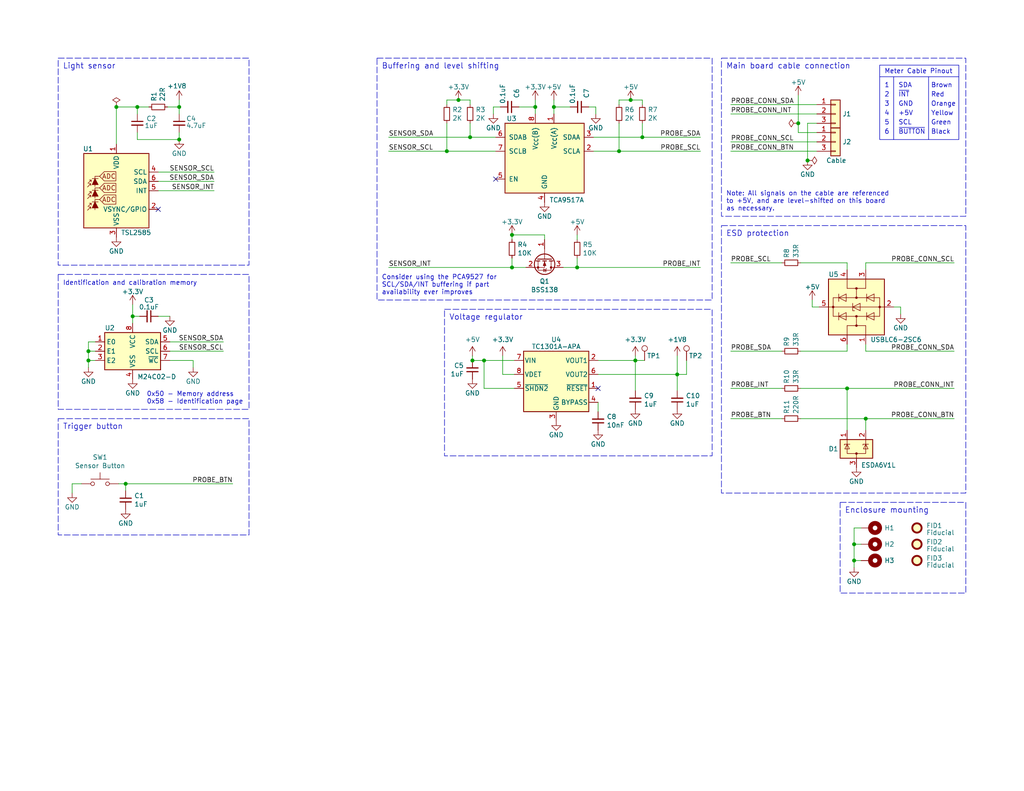
<source format=kicad_sch>
(kicad_sch (version 20230121) (generator eeschema)
  (paper "USLetter")
  (title_block (title "Printalyzer - Meter Probe") (date "2023-05-01") (rev "B") (company "Dektronics, Inc.") (comment 1 "Derek Konigsberg"))
  (lib_symbols
    (symbol "Connector:TestPoint" (pin_numbers hide) (pin_names (offset 0.762) hide)
      (property "Reference" "TP" (at 0 6.858 0))
      (property "Value" "TestPoint" (at 0 5.08 0))
      (symbol "TestPoint_1_1"
        (pin passive line (at 0 0 90) (length 2.54) (name "1") (number "1"))
      )
    )
    (symbol "Connector_Generic:Conn_01x03" (pin_names (offset 1.016) hide)
      (property "Reference" "J" (at 0 5.08 0))
      (property "Value" "Conn_01x03" (at 0 -5.08 0))
      (symbol "Conn_01x03_1_1"
        (pin passive line (at -5.08 2.54 0) (length 3.81) (name "Pin_1") (number "1"))
        (pin passive line (at -5.08 0 0) (length 3.81) (name "Pin_2") (number "2"))
        (pin passive line (at -5.08 -2.54 0) (length 3.81) (name "Pin_3") (number "3"))
      )
    )
    (symbol "Device:C_Small" (pin_numbers hide) (pin_names (offset 0.254) hide)
      (property "Reference" "C" (at 0.254 1.778 0))
      (property "Value" "C_Small" (at 0.254 -2.032 0))
      (symbol "C_Small_1_1"
        (pin passive line (at 0 2.54 270) (length 2.032) (name "~") (number "1"))
        (pin passive line (at 0 -2.54 90) (length 2.032) (name "~") (number "2"))
      )
    )
    (symbol "Device:R_Small" (pin_numbers hide) (pin_names (offset 0.254) hide)
      (property "Reference" "R" (at 0.762 0.508 0))
      (property "Value" "R_Small" (at 0.762 -1.016 0))
      (symbol "R_Small_1_1"
        (pin passive line (at 0 2.54 270) (length 0.762) (name "~") (number "1"))
        (pin passive line (at 0 -2.54 90) (length 0.762) (name "~") (number "2"))
      )
    )
    (symbol "Marquadt_Switch:SW_Key_6425_0101" (pin_numbers hide) (pin_names (offset 1.016) hide)
      (property "Reference" "SW" (at 1.27 2.54 0))
      (property "Value" "SW_Key_6425_0101" (at 0 -1.524 0))
      (symbol "SW_Key_6425_0101_0_1"
        (pin passive line (at -5.08 0 0) (length 2.54) (name "1") (number "1"))
        (pin passive line (at 5.08 0 180) (length 2.54) (name "2") (number "2"))
      )
    )
    (symbol "Mechanical:Fiducial"
      (property "Reference" "FID" (at 0 5.08 0))
      (property "Value" "Fiducial" (at 0 3.175 0))
    )
    (symbol "Mechanical:MountingHole_Pad" (pin_numbers hide) (pin_names (offset 1.016) hide)
      (property "Reference" "H" (at 0 6.35 0))
      (property "Value" "MountingHole_Pad" (at 0 4.445 0))
      (symbol "MountingHole_Pad_1_1"
        (pin input line (at 0 -2.54 90) (length 2.54) (name "1") (number "1"))
      )
    )
    (symbol "Memory_EEPROM:M24C02-RDW"
      (property "Reference" "U" (at -6.35 6.35 0))
      (property "Value" "M24C02-RDW" (at 7.62 6.35 0))
      (symbol "M24C02-RDW_1_1"
        (pin input line (at -10.16 2.54 0) (length 2.54) (name "E0") (number "1"))
        (pin input line (at -10.16 0 0) (length 2.54) (name "E1") (number "2"))
        (pin input line (at -10.16 -2.54 0) (length 2.54) (name "E2") (number "3"))
        (pin power_in line (at 0 -7.62 90) (length 2.54) (name "VSS") (number "4"))
        (pin bidirectional line (at 10.16 2.54 180) (length 2.54) (name "SDA") (number "5"))
        (pin input line (at 10.16 0 180) (length 2.54) (name "SCL") (number "6"))
        (pin input line (at 10.16 -2.54 180) (length 2.54) (name "~{WC}") (number "7"))
        (pin power_in line (at 0 7.62 270) (length 2.54) (name "VCC") (number "8"))
      )
    )
    (symbol "Power_Protection:USBLC6-2SC6" (pin_names hide)
      (property "Reference" "U" (at 2.54 8.89 0))
      (property "Value" "USBLC6-2SC6" (at 2.54 -8.89 0))
      (symbol "USBLC6-2SC6_1_1"
        (pin passive line (at -10.16 -2.54 0) (length 2.54) (name "I/O1") (number "1"))
        (pin passive line (at 0 -10.16 90) (length 2.54) (name "GND") (number "2"))
        (pin passive line (at 10.16 -2.54 180) (length 2.54) (name "I/O2") (number "3"))
        (pin passive line (at 10.16 2.54 180) (length 2.54) (name "I/O2") (number "4"))
        (pin passive line (at 0 10.16 270) (length 2.54) (name "VBUS") (number "5"))
        (pin passive line (at -10.16 2.54 0) (length 2.54) (name "I/O1") (number "6"))
      )
    )
    (symbol "Project:ESDA6V1L" (pin_names hide)
      (property "Reference" "D" (at 5.715 2.54 0))
      (property "Value" "ESDA6V1L" (at 5.715 0.635 0))
      (symbol "ESDA6V1L_0_0"
        (pin passive line (at 0 -5.08 90) (length 2.54) (name "A") (number "3"))
      )
      (symbol "ESDA6V1L_1_1"
        (pin passive line (at -2.54 5.08 270) (length 2.54) (name "K") (number "1"))
        (pin passive line (at 2.54 5.08 270) (length 2.54) (name "K") (number "2"))
      )
    )
    (symbol "Project:TC1301A" (pin_names (offset 0.254))
      (property "Reference" "U" (at -7.62 8.89 0))
      (property "Value" "TC1301A" (at 7.62 8.89 0))
      (symbol "TC1301A_1_1"
        (pin output line (at 11.43 -2.54 180) (length 2.54) (name "~{RESET}") (number "1"))
        (pin power_out line (at 11.43 5.08 180) (length 2.54) (name "VOUT1") (number "2"))
        (pin power_in line (at 0 -11.43 90) (length 2.54) (name "GND") (number "3"))
        (pin input line (at 11.43 -6.35 180) (length 2.54) (name "BYPASS") (number "4"))
        (pin input line (at -11.43 -2.54 0) (length 2.54) (name "~{SHDN2}") (number "5"))
        (pin power_out line (at 11.43 1.27 180) (length 2.54) (name "VOUT2") (number "6"))
        (pin power_in line (at -11.43 5.08 0) (length 2.54) (name "VIN") (number "7"))
        (pin input line (at -11.43 1.27 0) (length 2.54) (name "VDET") (number "8"))
      )
    )
    (symbol "Project:TCA9517A" (pin_names (offset 1.016))
      (property "Reference" "U" (at -12.7 10.795 0))
      (property "Value" "TCA9517A" (at 3.81 10.795 0))
      (symbol "TCA9517A_1_1"
        (pin power_in line (at -2.54 12.065 270) (length 2.54) (name "V_{CC}(A)") (number "1"))
        (pin bidirectional line (at -13.335 1.905 0) (length 2.54) (name "SCLA") (number "2"))
        (pin bidirectional line (at -13.335 5.715 0) (length 2.54) (name "SDAA") (number "3"))
        (pin power_in line (at 0 -12.065 90) (length 2.54) (name "GND") (number "4"))
        (pin input line (at 13.335 -5.715 180) (length 2.54) (name "EN") (number "5"))
        (pin bidirectional line (at 13.335 5.715 180) (length 2.54) (name "SDAB") (number "6"))
        (pin bidirectional line (at 13.335 1.905 180) (length 2.54) (name "SCLB") (number "7"))
        (pin power_in line (at 2.54 12.065 270) (length 2.54) (name "V_{CC}(B)") (number "8"))
      )
    )
    (symbol "Project:TSL2585"
      (property "Reference" "U" (at -8.89 11.43 0))
      (property "Value" "TSL2585" (at 0.635 11.43 0))
      (symbol "TSL2585_0_0"
        (text "ADC" (at -2.032 -2.413 0) (effects (font (size 1.27 1.27))))
        (text "ADC" (at -2.032 0.762 0) (effects (font (size 1.27 1.27))))
        (text "ADC" (at -2.032 3.937 0) (effects (font (size 1.27 1.27))))
      )
      (symbol "TSL2585_1_1"
        (pin power_in line (at 0 12.7 270) (length 2.54) (name "VDD") (number "1"))
        (pin bidirectional line (at 11.43 -5.08 180) (length 2.54) (name "VSYNC/GPIO") (number "2"))
        (pin power_in line (at 0 -12.7 90) (length 2.54) (name "VSS") (number "3"))
        (pin input line (at 11.43 5.08 180) (length 2.54) (name "SCL") (number "4"))
        (pin open_collector line (at 11.43 0 180) (length 2.54) (name "INT") (number "5"))
        (pin bidirectional line (at 11.43 2.54 180) (length 2.54) (name "SDA") (number "6"))
      )
    )
    (symbol "Transistor_FET:BSS138" (pin_names hide)
      (property "Reference" "Q" (at 5.08 1.905 0))
      (property "Value" "BSS138" (at 5.08 0 0))
      (symbol "BSS138_1_1"
        (pin input line (at -5.08 0 0) (length 2.54) (name "G") (number "1"))
        (pin passive line (at 2.54 -5.08 90) (length 2.54) (name "S") (number "2"))
        (pin passive line (at 2.54 5.08 270) (length 2.54) (name "D") (number "3"))
      )
    )
    (symbol "power:+1V8" (power) (pin_names (offset 0))
      (property "Value" "+1V8" (at 0 3.556 0))
      (symbol "+1V8_1_1"
        (pin power_in line (at 0 0 90) (length 0) hide (name "+1V8") (number "1"))
      )
    )
    (symbol "power:+3.3V" (power) (pin_names (offset 0))
      (property "Value" "+3.3V" (at 0 3.556 0))
      (symbol "+3.3V_1_1"
        (pin power_in line (at 0 0 90) (length 0) hide (name "+3.3V") (number "1"))
      )
    )
    (symbol "power:+5V" (power) (pin_names (offset 0))
      (property "Value" "+5V" (at 0 3.556 0))
      (symbol "+5V_1_1"
        (pin power_in line (at 0 0 90) (length 0) hide (name "+5V") (number "1"))
      )
    )
    (symbol "power:GND" (power) (pin_names (offset 0))
      (property "Value" "GND" (at 0 -3.81 0))
      (symbol "GND_1_1"
        (pin power_in line (at 0 0 270) (length 0) hide (name "GND") (number "1"))
      )
    )
    (symbol "power:PWR_FLAG" (power) (pin_numbers hide) (pin_names (offset 0) hide)
      (property "Value" "PWR_FLAG" (at 0 3.81 0))
      (symbol "PWR_FLAG_0_0"
        (pin power_out line (at 0 0 90) (length 0) (name "pwr") (number "1"))
      )
    )
  )
  (junction (at 172.085 27.305))
  (junction (at 48.895 38.1))
  (junction (at 125.095 27.305))
  (junction (at 217.805 33.655))
  (junction (at 233.045 148.59))
  (junction (at 175.26 37.465))
  (junction (at 151.13 29.21))
  (junction (at 231.14 106.045))
  (junction (at 37.465 29.21))
  (junction (at 173.355 98.425))
  (junction (at 128.905 98.425))
  (junction (at 146.05 29.21))
  (junction (at 184.785 102.235))
  (junction (at 157.48 73.025))
  (junction (at 132.08 98.425))
  (junction (at 220.345 43.815))
  (junction (at 139.7 73.025))
  (junction (at 236.22 114.3))
  (junction (at 24.13 98.425))
  (junction (at 24.13 95.885))
  (junction (at 34.29 132.08))
  (junction (at 121.92 41.275))
  (junction (at 233.045 153.035))
  (junction (at 168.91 41.275))
  (junction (at 48.895 29.21))
  (junction (at 139.7 64.135))
  (junction (at 36.195 86.36))
  (junction (at 31.75 29.21))
  (junction (at 128.27 37.465))
  (no_connect (at 163.195 106.045))
  (no_connect (at 135.255 48.895))
  (no_connect (at 43.18 57.15))
  (wire (pts (xy 137.16 97.155) (xy 137.16 102.235)))
  (wire (pts (xy 139.7 73.025) (xy 139.7 70.485)))
  (wire (pts (xy 22.225 132.08) (xy 19.685 132.08)))
  (wire (pts (xy 231.14 71.755) (xy 218.44 71.755)))
  (wire (pts (xy 24.13 93.345) (xy 24.13 95.885)))
  (wire (pts (xy 121.92 27.305) (xy 125.095 27.305)))
  (wire (pts (xy 160.655 29.21) (xy 162.56 29.21)))
  (wire (pts (xy 157.48 73.025) (xy 191.135 73.025)))
  (wire (pts (xy 36.195 86.36) (xy 36.195 88.265)))
  (wire (pts (xy 199.39 28.575) (xy 222.885 28.575)))
  (wire (pts (xy 243.84 83.82) (xy 245.745 83.82)))
  (wire (pts (xy 157.48 64.135) (xy 157.48 65.405)))
  (wire (pts (xy 236.22 73.66) (xy 236.22 71.755)))
  (wire (pts (xy 19.685 132.08) (xy 19.685 134.62)))
  (wire (pts (xy 46.355 93.345) (xy 60.96 93.345)))
  (wire (pts (xy 168.91 41.275) (xy 191.135 41.275)))
  (wire (pts (xy 168.91 28.575) (xy 168.91 27.305)))
  (wire (pts (xy 172.085 27.305) (xy 175.26 27.305)))
  (wire (pts (xy 43.18 49.53) (xy 58.42 49.53)))
  (wire (pts (xy 40.64 29.21) (xy 37.465 29.21)))
  (wire (pts (xy 233.045 153.035) (xy 233.045 154.94)))
  (wire (pts (xy 217.805 36.195) (xy 222.885 36.195)))
  (wire (pts (xy 161.925 37.465) (xy 175.26 37.465)))
  (wire (pts (xy 236.22 114.3) (xy 236.22 117.475)))
  (wire (pts (xy 134.62 29.21) (xy 134.62 31.115)))
  (wire (pts (xy 231.14 73.66) (xy 231.14 71.755)))
  (wire (pts (xy 222.885 33.655) (xy 220.345 33.655)))
  (wire (pts (xy 146.05 27.305) (xy 146.05 29.21)))
  (wire (pts (xy 218.44 114.3) (xy 236.22 114.3)))
  (wire (pts (xy 31.75 29.21) (xy 31.75 39.37)))
  (wire (pts (xy 48.895 29.21) (xy 48.895 31.115)))
  (polyline (pts (xy 253.365 20.955) (xy 253.365 38.1)) (stroke (width 0) (type solid)))
  (wire (pts (xy 132.08 106.045) (xy 132.08 98.425)))
  (wire (pts (xy 260.35 95.885) (xy 236.22 95.885)))
  (wire (pts (xy 148.59 64.135) (xy 139.7 64.135)))
  (wire (pts (xy 199.39 95.885) (xy 213.36 95.885)))
  (wire (pts (xy 141.605 29.21) (xy 146.05 29.21)))
  (wire (pts (xy 45.72 29.21) (xy 48.895 29.21)))
  (wire (pts (xy 168.91 27.305) (xy 172.085 27.305)))
  (wire (pts (xy 199.39 41.275) (xy 222.885 41.275)))
  (wire (pts (xy 48.895 36.195) (xy 48.895 38.1)))
  (wire (pts (xy 233.045 148.59) (xy 233.045 153.035)))
  (wire (pts (xy 128.27 27.305) (xy 128.27 28.575)))
  (wire (pts (xy 161.925 41.275) (xy 168.91 41.275)))
  (wire (pts (xy 236.22 114.3) (xy 260.35 114.3)))
  (wire (pts (xy 187.325 102.235) (xy 187.325 98.425)))
  (wire (pts (xy 136.525 29.21) (xy 134.62 29.21)))
  (wire (pts (xy 220.345 33.655) (xy 220.345 43.815)))
  (wire (pts (xy 36.195 83.185) (xy 36.195 86.36)))
  (wire (pts (xy 140.335 106.045) (xy 132.08 106.045)))
  (wire (pts (xy 163.195 98.425) (xy 173.355 98.425)))
  (wire (pts (xy 168.91 33.655) (xy 168.91 41.275)))
  (wire (pts (xy 173.355 98.425) (xy 173.355 106.68)))
  (wire (pts (xy 221.615 81.915) (xy 221.615 83.82)))
  (wire (pts (xy 184.785 97.155) (xy 184.785 102.235)))
  (wire (pts (xy 233.045 153.035) (xy 234.95 153.035)))
  (wire (pts (xy 137.16 102.235) (xy 140.335 102.235)))
  (wire (pts (xy 199.39 38.735) (xy 222.885 38.735)))
  (wire (pts (xy 32.385 132.08) (xy 34.29 132.08)))
  (wire (pts (xy 163.195 109.855) (xy 163.195 112.395)))
  (wire (pts (xy 173.355 98.425) (xy 175.895 98.425)))
  (wire (pts (xy 128.27 37.465) (xy 135.255 37.465)))
  (wire (pts (xy 121.92 33.655) (xy 121.92 41.275)))
  (wire (pts (xy 175.26 37.465) (xy 191.135 37.465)))
  (wire (pts (xy 38.1 86.36) (xy 36.195 86.36)))
  (wire (pts (xy 143.51 73.025) (xy 139.7 73.025)))
  (wire (pts (xy 121.92 28.575) (xy 121.92 27.305)))
  (wire (pts (xy 148.59 65.405) (xy 148.59 64.135)))
  (wire (pts (xy 163.195 102.235) (xy 184.785 102.235)))
  (wire (pts (xy 162.56 29.21) (xy 162.56 31.115)))
  (wire (pts (xy 151.13 29.21) (xy 155.575 29.21)))
  (wire (pts (xy 199.39 71.755) (xy 213.36 71.755)))
  (wire (pts (xy 128.905 98.425) (xy 132.08 98.425)))
  (wire (pts (xy 151.13 29.21) (xy 151.13 31.115)))
  (wire (pts (xy 128.27 33.655) (xy 128.27 37.465)))
  (wire (pts (xy 199.39 106.045) (xy 213.36 106.045)))
  (wire (pts (xy 153.67 73.025) (xy 157.48 73.025)))
  (wire (pts (xy 24.13 98.425) (xy 24.13 100.33)))
  (wire (pts (xy 231.14 106.045) (xy 260.35 106.045)))
  (wire (pts (xy 43.18 52.07) (xy 58.42 52.07)))
  (wire (pts (xy 106.045 41.275) (xy 121.92 41.275)))
  (wire (pts (xy 233.045 148.59) (xy 234.95 148.59)))
  (wire (pts (xy 233.045 144.145) (xy 233.045 148.59)))
  (wire (pts (xy 125.095 27.305) (xy 128.27 27.305)))
  (wire (pts (xy 139.7 65.405) (xy 139.7 64.135)))
  (wire (pts (xy 217.805 33.655) (xy 217.805 36.195)))
  (wire (pts (xy 48.895 27.305) (xy 48.895 29.21)))
  (wire (pts (xy 34.29 132.08) (xy 63.5 132.08)))
  (wire (pts (xy 37.465 36.195) (xy 37.465 38.1)))
  (wire (pts (xy 121.92 41.275) (xy 135.255 41.275)))
  (wire (pts (xy 157.48 73.025) (xy 157.48 70.485)))
  (wire (pts (xy 217.805 26.035) (xy 217.805 33.655)))
  (wire (pts (xy 43.18 46.99) (xy 58.42 46.99)))
  (wire (pts (xy 236.22 95.885) (xy 236.22 93.98)))
  (wire (pts (xy 37.465 29.21) (xy 37.465 31.115)))
  (wire (pts (xy 146.05 29.21) (xy 146.05 31.115)))
  (wire (pts (xy 173.355 97.155) (xy 173.355 98.425)))
  (wire (pts (xy 34.29 132.08) (xy 34.29 133.985)))
  (wire (pts (xy 231.14 95.885) (xy 218.44 95.885)))
  (wire (pts (xy 43.18 86.36) (xy 46.355 86.36)))
  (wire (pts (xy 236.22 71.755) (xy 260.35 71.755)))
  (wire (pts (xy 46.355 95.885) (xy 60.96 95.885)))
  (wire (pts (xy 151.13 27.305) (xy 151.13 29.21)))
  (wire (pts (xy 106.045 37.465) (xy 128.27 37.465)))
  (wire (pts (xy 132.08 98.425) (xy 140.335 98.425)))
  (wire (pts (xy 184.785 102.235) (xy 184.785 106.68)))
  (wire (pts (xy 175.26 33.655) (xy 175.26 37.465)))
  (wire (pts (xy 184.785 102.235) (xy 187.325 102.235)))
  (wire (pts (xy 175.26 27.305) (xy 175.26 28.575)))
  (wire (pts (xy 231.14 106.045) (xy 231.14 117.475)))
  (wire (pts (xy 26.035 93.345) (xy 24.13 93.345)))
  (wire (pts (xy 231.14 93.98) (xy 231.14 95.885)))
  (wire (pts (xy 218.44 106.045) (xy 231.14 106.045)))
  (wire (pts (xy 106.045 73.025) (xy 139.7 73.025)))
  (wire (pts (xy 199.39 31.115) (xy 222.885 31.115)))
  (wire (pts (xy 245.745 83.82) (xy 245.745 85.725)))
  (wire (pts (xy 234.95 144.145) (xy 233.045 144.145)))
  (wire (pts (xy 128.905 97.155) (xy 128.905 98.425)))
  (wire (pts (xy 221.615 83.82) (xy 223.52 83.82)))
  (polyline (pts (xy 243.84 20.955) (xy 243.84 38.1)) (stroke (width 0) (type solid)))
  (wire (pts (xy 24.13 95.885) (xy 26.035 95.885)))
  (wire (pts (xy 52.705 98.425) (xy 52.705 100.33)))
  (wire (pts (xy 37.465 38.1) (xy 48.895 38.1)))
  (wire (pts (xy 199.39 114.3) (xy 213.36 114.3)))
  (wire (pts (xy 37.465 29.21) (xy 31.75 29.21)))
  (wire (pts (xy 24.13 98.425) (xy 26.035 98.425)))
  (wire (pts (xy 24.13 95.885) (xy 24.13 98.425)))
  (polyline (pts (xy 240.03 20.955) (xy 261.62 20.955)) (stroke (width 0) (type solid)))
  (wire (pts (xy 46.355 98.425) (xy 52.705 98.425)))
  (rectangle (start 15.875 114.3) (end 67.945 146.05) (stroke (width 0) (type dash)))
  (rectangle (start 15.875 74.93) (end 67.945 111.76) (stroke (width 0) (type dash)))
  (rectangle (start 229.235 137.16) (end 263.525 161.925) (stroke (width 0) (type dash)))
  (rectangle (start 240.03 17.78) (end 261.62 38.1))
  (rectangle (start 196.85 15.875) (end 263.525 59.055) (stroke (width 0) (type dash)))
  (rectangle (start 102.87 15.875) (end 194.31 81.915) (stroke (width 0) (type dash)))
  (rectangle (start 196.85 61.595) (end 263.525 134.62) (stroke (width 0) (type dash)))
  (rectangle (start 15.875 15.875) (end 67.945 72.39) (stroke (width 0) (type dash)))
  (rectangle (start 121.285 84.455) (end 194.31 124.46) (stroke (width 0) (type dash)))
  (text "Meter Cable Pinout" (at 241.3 20.32 0) (effects (font (size 1.27 1.27)) (justify left bottom)))
  (text "2" (at 241.3 26.67 0) (effects (font (size 1.27 1.27)) (justify left bottom)))
  (text "Buffering and level shifting" (at 104.14 19.05 0) (effects (font (size 1.524 1.524)) (justify left bottom)))
  (text "5" (at 241.3 34.29 0) (effects (font (size 1.27 1.27)) (justify left bottom)))
  (text "6" (at 241.3 36.83 0) (effects (font (size 1.27 1.27)) (justify left bottom)))
  (text "~{INT}" (at 245.11 26.67 0) (effects (font (size 1.27 1.27)) (justify left bottom)))
  (text "Light sensor" (at 17.145 19.05 0) (effects (font (size 1.524 1.524)) (justify left bottom)))
  (text "1" (at 241.3 24.13 0) (effects (font (size 1.27 1.27)) (justify left bottom)))
  (text "Yellow" (at 254 31.75 0) (effects (font (size 1.27 1.27)) (justify left bottom)))
  (text "0x50 - Memory address\n0x58 - Identification page" (at 40.005 110.49 0) (effects (font (size 1.27 1.27)) (justify left bottom)))
  (text "Note: All signals on the cable are referenced\nto +5V, and are level-shifted on this board\nas necessary." (at 198.12 57.785 0) (effects (font (size 1.27 1.27)) (justify left bottom)))
  (text "Brown" (at 254 24.13 0) (effects (font (size 1.27 1.27)) (justify left bottom)))
  (text "Orange" (at 254 29.21 0) (effects (font (size 1.27 1.27)) (justify left bottom)))
  (text "Green" (at 254 34.29 0) (effects (font (size 1.27 1.27)) (justify left bottom)))
  (text "Identification and calibration memory" (at 17.145 78.105 0) (effects (font (size 1.27 1.27)) (justify left bottom)))
  (text "4" (at 241.3 31.75 0) (effects (font (size 1.27 1.27)) (justify left bottom)))
  (text "GND" (at 245.11 29.21 0) (effects (font (size 1.27 1.27)) (justify left bottom)))
  (text "+5V" (at 245.11 31.75 0) (effects (font (size 1.27 1.27)) (justify left bottom)))
  (text "Voltage regulator" (at 122.555 87.63 0) (effects (font (size 1.524 1.524)) (justify left bottom)))
  (text "Black" (at 254 36.83 0) (effects (font (size 1.27 1.27)) (justify left bottom)))
  (text "SDA" (at 245.11 24.13 0) (effects (font (size 1.27 1.27)) (justify left bottom)))
  (text "SCL" (at 245.11 34.29 0) (effects (font (size 1.27 1.27)) (justify left bottom)))
  (text "Consider using the PCA9527 for\nSCL/SDA/INT buffering if part\navailability ever improves" (at 104.14 80.645 0) (effects (font (size 1.27 1.27)) (justify left bottom)))
  (text "Enclosure mounting" (at 230.505 140.335 0) (effects (font (size 1.524 1.524)) (justify left bottom)))
  (text "Red" (at 254 26.67 0) (effects (font (size 1.27 1.27)) (justify left bottom)))
  (text "Main board cable connection" (at 198.12 19.05 0) (effects (font (size 1.524 1.524)) (justify left bottom)))
  (text "Trigger button" (at 17.145 117.475 0) (effects (font (size 1.524 1.524)) (justify left bottom)))
  (text "ESD protection" (at 198.12 64.77 0) (effects (font (size 1.524 1.524)) (justify left bottom)))
  (text "3" (at 241.3 29.21 0) (effects (font (size 1.27 1.27)) (justify left bottom)))
  (text "~{BUTTON}" (at 245.11 36.83 0) (effects (font (size 1.27 1.27)) (justify left bottom)))
  (label "PROBE_SDA" (at 199.39 95.885 0))
  (label "PROBE_BTN" (at 63.5 132.08 180))
  (label "PROBE_BTN" (at 199.39 114.3 0))
  (label "SENSOR_SDA" (at 106.045 37.465 0))
  (label "PROBE_CONN_SDA" (at 199.39 28.575 0))
  (label "PROBE_CONN_BTN" (at 260.35 114.3 180))
  (label "PROBE_SDA" (at 191.135 37.465 180))
  (label "SENSOR_INT" (at 58.42 52.07 180))
  (label "PROBE_SCL" (at 199.39 71.755 0))
  (label "PROBE_CONN_SDA" (at 260.35 95.885 180))
  (label "PROBE_CONN_INT" (at 260.35 106.045 180))
  (label "SENSOR_SCL" (at 58.42 46.99 180))
  (label "SENSOR_SDA" (at 58.42 49.53 180))
  (label "SENSOR_SCL" (at 106.045 41.275 0))
  (label "PROBE_INT" (at 199.39 106.045 0))
  (label "PROBE_CONN_INT" (at 199.39 31.115 0))
  (label "PROBE_INT" (at 191.135 73.025 180))
  (label "SENSOR_SDA" (at 60.96 93.345 180))
  (label "PROBE_SCL" (at 191.135 41.275 180))
  (label "PROBE_CONN_SCL" (at 260.35 71.755 180))
  (label "PROBE_CONN_BTN" (at 199.39 41.275 0))
  (label "SENSOR_SCL" (at 60.96 95.885 180))
  (label "PROBE_CONN_SCL" (at 199.39 38.735 0))
  (label "SENSOR_INT" (at 106.045 73.025 0))
  (symbol (lib_id "Marquadt_Switch:SW_Key_6425_0101") (at 27.305 132.08 0) (unit 1)
    (property "Reference" "SW1" (at 27.305 124.841 0))
    (property "Value" "Sensor Button" (at 27.305 127.1524 0))
    (property "Footprint" "lib_fp:SW_Key_6425_0101" (effects hide))
    (property "Datasheet" "https://www.marquardt-switches.com/PLM-uploads/kzeichnung/64250101_00_K.pdf" (effects hide))
    (property "Description" "Switch 6425.0101 with button 827.100.011" (effects hide))
    (property "Manufacturer" "Marquardt Switches" (effects hide))
    (property "Manufacturer PN" "6425.0101" (effects hide))
    (property "Supplier" "Mouser" (effects hide))
    (property "Supplier PN" "979-6425.0101" (effects hide))
  )
  (symbol (lib_id "power:+5V") (at 151.13 27.305 0) (unit 1)
    (property "Reference" "#PWR019" (effects hide))
    (property "Value" "+5V" (at 151.13 23.749 0))
  )
  (symbol (lib_id "power:GND") (at 31.75 64.77 0) (unit 1)
    (property "Reference" "#PWR03" (effects hide))
    (property "Value" "GND" (at 31.75 68.58 0))
  )
  (symbol (lib_id "Transistor_FET:BSS138") (at 148.59 70.485 270) (unit 1)
    (property "Reference" "Q1" (at 148.59 76.8096 90))
    (property "Value" "BSS138" (at 148.59 79.121 90))
    (property "Footprint" "Package_TO_SOT_SMD:SOT-23" (effects hide))
    (property "Datasheet" "https://www.onsemi.com/pub/Collateral/BSS138-D.PDF" (effects hide))
    (property "Description" "MOSFET N-CH 50V 220MA SOT-23" (effects hide))
    (property "Manufacturer" "ON Semiconductor" (effects hide))
    (property "Manufacturer PN" "BSS138" (effects hide))
    (property "Supplier" "Digi-Key" (effects hide))
    (property "Supplier PN" "BSS138CT-ND" (effects hide))
  )
  (symbol (lib_id "Device:R_Small") (at 139.7 67.945 0) (unit 1)
    (property "Reference" "R4" (at 141.1986 66.7766 0) (effects (justify left)))
    (property "Value" "10K" (at 141.1986 69.088 0) (effects (justify left)))
    (property "Footprint" "Resistor_SMD:R_0603_1608Metric" (effects hide))
    (property "Datasheet" "https://www.vishay.com/docs/20035/dcrcwe3.pdf" (effects hide))
    (property "Description" "RES SMD 10K OHM 5% 1/10W 0603" (effects hide))
    (property "Manufacturer" "Vishay Dale" (effects hide))
    (property "Manufacturer PN" "CRCW060310K0JNEA" (effects hide))
    (property "Supplier" "Digi-Key" (effects hide))
    (property "Supplier PN" "541-10KGCT-ND" (effects hide))
  )
  (symbol (lib_id "Device:R_Small") (at 157.48 67.945 0) (unit 1)
    (property "Reference" "R5" (at 158.9786 66.7766 0) (effects (justify left)))
    (property "Value" "10K" (at 158.9786 69.088 0) (effects (justify left)))
    (property "Footprint" "Resistor_SMD:R_0603_1608Metric" (effects hide))
    (property "Datasheet" "https://www.vishay.com/docs/20035/dcrcwe3.pdf" (effects hide))
    (property "Description" "RES SMD 10K OHM 5% 1/10W 0603" (effects hide))
    (property "Manufacturer" "Vishay Dale" (effects hide))
    (property "Manufacturer PN" "CRCW060310K0JNEA" (effects hide))
    (property "Supplier" "Digi-Key" (effects hide))
    (property "Supplier PN" "541-10KGCT-ND" (effects hide))
  )
  (symbol (lib_id "power:+3.3V") (at 139.7 64.135 0) (unit 1)
    (property "Reference" "#PWR016" (effects hide))
    (property "Value" "+3.3V" (at 139.7 60.579 0))
  )
  (symbol (lib_id "power:+5V") (at 157.48 64.135 0) (unit 1)
    (property "Reference" "#PWR021" (effects hide))
    (property "Value" "+5V" (at 157.48 60.579 0))
  )
  (symbol (lib_id "Device:R_Small") (at 121.92 31.115 0) (unit 1)
    (property "Reference" "R2" (at 123.4186 29.9466 0) (effects (justify left)))
    (property "Value" "2K" (at 123.4186 32.258 0) (effects (justify left)))
    (property "Footprint" "Resistor_SMD:R_0603_1608Metric" (effects hide))
    (property "Datasheet" "https://www.vishay.com/docs/20035/dcrcwe3.pdf" (effects hide))
    (property "Description" "RES SMD 2K OHM 5% 1/10W 0603" (effects hide))
    (property "Manufacturer" "Vishay Dale" (effects hide))
    (property "Manufacturer PN" "CRCW06032K00JNEA" (effects hide))
    (property "Supplier" "Digi-Key" (effects hide))
    (property "Supplier PN" "541-2.0KGCT-ND" (effects hide))
  )
  (symbol (lib_id "Device:R_Small") (at 128.27 31.115 0) (unit 1)
    (property "Reference" "R3" (at 129.7686 29.9466 0) (effects (justify left)))
    (property "Value" "2K" (at 129.7686 32.258 0) (effects (justify left)))
    (property "Footprint" "Resistor_SMD:R_0603_1608Metric" (effects hide))
    (property "Datasheet" "https://www.vishay.com/docs/20035/dcrcwe3.pdf" (effects hide))
    (property "Description" "RES SMD 2K OHM 5% 1/10W 0603" (effects hide))
    (property "Manufacturer" "Vishay Dale" (effects hide))
    (property "Manufacturer PN" "CRCW06032K00JNEA" (effects hide))
    (property "Supplier" "Digi-Key" (effects hide))
    (property "Supplier PN" "541-2.0KGCT-ND" (effects hide))
  )
  (symbol (lib_id "power:+5V") (at 217.805 26.035 0) (unit 1)
    (property "Reference" "#PWR029" (effects hide))
    (property "Value" "+5V" (at 217.805 22.479 0))
  )
  (symbol (lib_id "power:GND") (at 220.345 43.815 0) (unit 1)
    (property "Reference" "#PWR030" (effects hide))
    (property "Value" "GND" (at 220.345 47.625 0))
  )
  (symbol (lib_id "power:GND") (at 19.685 134.62 0) (unit 1)
    (property "Reference" "#PWR01" (effects hide))
    (property "Value" "GND" (at 19.685 138.43 0))
  )
  (symbol (lib_id "power:PWR_FLAG") (at 217.805 33.655 90) (unit 1)
    (property "Reference" "#FLG02" (effects hide))
    (property "Value" "PWR_FLAG" (effects hide))
  )
  (symbol (lib_id "power:PWR_FLAG") (at 220.345 43.815 270) (unit 1)
    (property "Reference" "#FLG03" (effects hide))
    (property "Value" "PWR_FLAG" (effects hide))
  )
  (symbol (lib_id "Mechanical:MountingHole_Pad") (at 237.49 144.145 270) (unit 1) (in_bom no)
    (property "Reference" "H1" (at 241.3 144.145 90) (effects (justify left)))
    (property "Value" "MountingHole_Pad" (effects hide))
    (property "Footprint" "MountingHole:MountingHole_2.7mm_M2.5_Pad_Via" (effects hide))
  )
  (symbol (lib_id "Memory_EEPROM:M24C02-RDW") (at 36.195 95.885 0) (unit 1)
    (property "Reference" "U2" (at 28.575 89.535 0) (effects (justify left)))
    (property "Value" "M24C02-D" (at 37.465 102.87 0) (effects (justify left)))
    (property "Footprint" "Package_SO:TSSOP-8_4.4x3mm_P0.65mm" (effects hide))
    (property "Datasheet" "https://www.st.com/content/ccc/resource/technical/document/datasheet/33/a5/35/f1/1f/3b/45/bb/DM00157643.pdf/files/DM00157643.pdf/jcr:content/translations/en.DM00157643.pdf" (effects hide))
    (property "Description" "IC EEPROM 2KBIT I2C 1MHZ 8TSSOP" (effects hide))
    (property "Manufacturer" "STMicroelectronics" (effects hide))
    (property "Manufacturer PN" "M24C02-DRDW8TP/K" (effects hide))
    (property "Supplier" "Digi-Key" (effects hide))
    (property "Supplier PN" "497-15342-1-ND" (effects hide))
  )
  (symbol (lib_id "power:GND") (at 233.045 154.94 0) (unit 1)
    (property "Reference" "#PWR032" (effects hide))
    (property "Value" "GND" (at 233.045 158.75 0))
  )
  (symbol (lib_id "Mechanical:MountingHole_Pad") (at 237.49 153.035 270) (unit 1) (in_bom no)
    (property "Reference" "H3" (at 241.3 153.035 90) (effects (justify left)))
    (property "Value" "MountingHole_Pad" (effects hide))
    (property "Footprint" "MountingHole:MountingHole_2.7mm_M2.5_Pad_Via" (effects hide))
  )
  (symbol (lib_id "Device:C_Small") (at 158.115 29.21 270) (unit 1)
    (property "Reference" "C7" (at 160.02 24.13 0) (effects (justify left)))
    (property "Value" "0.1uF" (at 156.21 22.86 0) (effects (justify left)))
    (property "Footprint" "Capacitor_SMD:C_0603_1608Metric" (effects hide))
    (property "Datasheet" "https://media.digikey.com/pdf/Data%20Sheets/Samsung%20PDFs/CL_Series_MLCC_ds.pdf" (effects hide))
    (property "Description" "CAP CER 0.1UF 25V X7R 0603" (effects hide))
    (property "Manufacturer" "Samsung Electro-Mechanics" (effects hide))
    (property "Manufacturer PN" "CL10B104KA8NNNC" (effects hide))
    (property "Supplier" "Digi-Key" (effects hide))
    (property "Supplier PN" "1276-1006-1-ND" (effects hide))
  )
  (symbol (lib_id "Mechanical:MountingHole_Pad") (at 237.49 148.59 270) (unit 1) (in_bom no)
    (property "Reference" "H2" (at 241.3 148.59 90) (effects (justify left)))
    (property "Value" "MountingHole_Pad" (effects hide))
    (property "Footprint" "MountingHole:MountingHole_2.7mm_M2.5_Pad_Via" (effects hide))
  )
  (symbol (lib_id "Mechanical:Fiducial") (at 250.19 144.145 0) (unit 1) (in_bom no)
    (property "Reference" "FID1" (at 252.73 143.51 0) (effects (justify left)))
    (property "Value" "Fiducial" (at 252.73 145.415 0) (effects (justify left)))
    (property "Footprint" "Fiducial:Fiducial_1mm_Mask2mm" (effects hide))
  )
  (symbol (lib_id "Device:C_Small") (at 128.905 100.965 0) (mirror x) (unit 1)
    (property "Reference" "C5" (at 126.5682 99.7966 0) (effects (justify right)))
    (property "Value" "1uF" (at 126.5682 102.108 0) (effects (justify right)))
    (property "Footprint" "Capacitor_SMD:C_0603_1608Metric" (effects hide))
    (property "Datasheet" "https://media.digikey.com/pdf/Data%20Sheets/Samsung%20PDFs/CL10B105KA8NNNC_spec.pdf" (effects hide))
    (property "Description" "CAP CER 1UF 25V X7R 0603" (effects hide))
    (property "Manufacturer" "Samsung Electro-Mechanics" (effects hide))
    (property "Manufacturer PN" "CL10B105KA8NNNC" (effects hide))
    (property "Supplier" "LCSC" (effects hide))
    (property "Supplier PN" "C29936" (effects hide))
  )
  (symbol (lib_id "Device:C_Small") (at 37.465 33.655 0) (unit 1)
    (property "Reference" "C2" (at 41.275 32.385 0))
    (property "Value" "1uF" (at 41.275 34.29 0))
    (property "Footprint" "Capacitor_SMD:C_0402_1005Metric" (effects hide))
    (property "Datasheet" "https://media.digikey.com/pdf/Data%20Sheets/Samsung%20PDFs/CL05A105KQ5NNNC_Spec.pdf" (effects hide))
    (property "Description" "CAP CER 1UF 6.3V X5R 0402" (effects hide))
    (property "Manufacturer" "Samsung Electro-Mechanics" (effects hide))
    (property "Manufacturer PN" "CL05A105KQ5NNNC" (effects hide))
    (property "Supplier" "LCSC" (effects hide))
    (property "Supplier PN" "C107372" (effects hide))
  )
  (symbol (lib_id "power:+5V") (at 172.085 27.305 0) (unit 1)
    (property "Reference" "#PWR024" (effects hide))
    (property "Value" "+5V" (at 172.085 23.749 0))
  )
  (symbol (lib_id "power:GND") (at 148.59 55.245 0) (unit 1)
    (property "Reference" "#PWR018" (effects hide))
    (property "Value" "GND" (at 148.59 59.055 0))
  )
  (symbol (lib_id "power:GND") (at 173.355 111.76 0) (unit 1)
    (property "Reference" "#PWR026" (effects hide))
    (property "Value" "GND" (at 173.355 115.57 0))
  )
  (symbol (lib_id "Connector:TestPoint") (at 175.895 98.425 0) (unit 1) (in_bom no)
    (property "Reference" "TP1" (at 176.53 97.155 0) (effects (justify left)))
    (property "Value" "3.3V" (effects hide))
    (property "Footprint" "TestPoint:TestPoint_Pad_D2.0mm" (effects hide))
    (property "User Label" "3.3V" (effects hide))
  )
  (symbol (lib_id "power:PWR_FLAG") (at 31.75 29.21 0) (unit 1) (in_bom no)
    (property "Reference" "#FLG01" (effects hide))
    (property "Value" "PWR_FLAG" (effects hide))
  )
  (symbol (lib_id "Power_Protection:USBLC6-2SC6") (at 233.68 83.82 90) (unit 1)
    (property "Reference" "U5" (at 226.06 74.93 90) (effects (justify right)))
    (property "Value" "USBLC6-2SC6" (at 237.49 92.71 90) (effects (justify right)))
    (property "Footprint" "Package_TO_SOT_SMD:SOT-23-6" (effects hide))
    (property "Datasheet" "https://www.st.com/resource/en/datasheet/usblc6-2.pdf" (effects hide))
    (property "Description" "TVS DIODE 5.25V 17V SOT23-6" (effects hide))
    (property "Manufacturer" "STMicroelectronics" (effects hide))
    (property "Manufacturer PN" "USBLC6-2SC6" (effects hide))
    (property "Supplier" "Digi-Key" (effects hide))
    (property "Supplier PN" "497-5235-1-ND" (effects hide))
  )
  (symbol (lib_id "Project:TCA9517A") (at 148.59 43.18 0) (mirror y) (unit 1)
    (property "Reference" "U3" (at 140.97 32.385 0) (effects (justify left)))
    (property "Value" "TCA9517A" (at 159.385 54.61 0) (effects (justify left)))
    (property "Footprint" "Package_SO:VSSOP-8_3.0x3.0mm_P0.65mm" (effects hide))
    (property "Datasheet" "https://www.ti.com/lit/ds/symlink/tca9517a.pdf" (effects hide))
    (property "Description" "IC REDRIVER I2C 1CH 8TSSOP" (effects hide))
    (property "Manufacturer" "Texas Instruments" (effects hide))
    (property "Manufacturer PN" "TCA9517ADGKR" (effects hide))
    (property "Supplier" "Digi-Key" (effects hide))
    (property "Supplier PN" "296-39220-1-ND" (effects hide))
  )
  (symbol (lib_id "Device:C_Small") (at 40.64 86.36 270) (unit 1)
    (property "Reference" "C3" (at 40.64 81.915 90))
    (property "Value" "0.1uF" (at 40.64 83.82 90))
    (property "Footprint" "Capacitor_SMD:C_0603_1608Metric" (effects hide))
    (property "Datasheet" "https://media.digikey.com/pdf/Data%20Sheets/Samsung%20PDFs/CL_Series_MLCC_ds.pdf" (effects hide))
    (property "Description" "CAP CER 0.1UF 25V X7R 0603" (effects hide))
    (property "Manufacturer" "Samsung Electro-Mechanics" (effects hide))
    (property "Manufacturer PN" "CL10B104KA8NNNC" (effects hide))
    (property "Supplier" "Digi-Key" (effects hide))
    (property "Supplier PN" "1276-1006-1-ND" (effects hide))
  )
  (symbol (lib_id "Device:R_Small") (at 43.18 29.21 90) (unit 1)
    (property "Reference" "R1" (at 42.0116 27.7114 0) (effects (justify left)))
    (property "Value" "22R" (at 44.323 27.7114 0) (effects (justify left)))
    (property "Footprint" "Resistor_SMD:R_0402_1005Metric" (effects hide))
    (property "Datasheet" "https://datasheet.lcsc.com/lcsc/1810231323_YAGEO-AC0402JR-0722RL_C144722.pdf" (effects hide))
    (property "Description" "RES SMD 22 OHM 5% 1/16W 0402" (effects hide))
    (property "Manufacturer" "Yaego" (effects hide))
    (property "Manufacturer PN" "AC0402JR-0722RL" (effects hide))
    (property "Supplier" "LCSC" (effects hide))
    (property "Supplier PN" "C144722" (effects hide))
  )
  (symbol (lib_id "Connector_Generic:Conn_01x03") (at 227.965 38.735 0) (unit 1)
    (property "Reference" "J2" (at 229.87 38.735 0) (effects (justify left)))
    (property "Value" "Cable" (at 225.425 43.815 0) (effects (justify left)))
    (property "Footprint" "lib_fp:AVX_IDC-009175-003-001" (effects hide))
    (property "Datasheet" "https://datasheets.kyocera-avx.com/Standard_00-9175.pdf" (effects hide))
    (property "Description" "3-WAY WIRE TO BOARD 28 AWG" (effects hide))
    (property "Manufacturer" "KYOCERA AVX" (effects hide))
    (property "Manufacturer PN" "009175003001006" (effects hide))
    (property "Supplier" "Mouser" (effects hide))
    (property "Supplier PN" "581-009175003001006" (effects hide))
  )
  (symbol (lib_id "power:GND") (at 163.195 117.475 0) (unit 1)
    (property "Reference" "#PWR023" (effects hide))
    (property "Value" "GND" (at 163.195 121.285 0))
  )
  (symbol (lib_id "power:GND") (at 184.785 111.76 0) (unit 1)
    (property "Reference" "#PWR028" (effects hide))
    (property "Value" "GND" (at 184.785 115.57 0))
  )
  (symbol (lib_id "Device:R_Small") (at 215.9 95.885 90) (unit 1)
    (property "Reference" "R9" (at 214.63 94.615 0) (effects (justify left)))
    (property "Value" "33R" (at 217.17 94.615 0) (effects (justify left)))
    (property "Footprint" "Resistor_SMD:R_0603_1608Metric" (effects hide))
    (property "Datasheet" "https://www.yageo.com/upload/media/product/productsearch/datasheet/rchip/PYu-RC_Group_51_RoHS_L_12.pdf" (effects hide))
    (property "Description" "RES 33 OHM 5% 1/10W 0603" (effects hide))
    (property "Manufacturer" "YAGEO" (effects hide))
    (property "Manufacturer PN" "RC0603JR-0733RL" (effects hide))
    (property "Supplier" "Digi-Key" (effects hide))
    (property "Supplier PN" "311-33GRCT-ND" (effects hide))
  )
  (symbol (lib_id "Device:C_Small") (at 139.065 29.21 270) (unit 1)
    (property "Reference" "C6" (at 140.97 24.13 0) (effects (justify left)))
    (property "Value" "0.1uF" (at 137.16 22.86 0) (effects (justify left)))
    (property "Footprint" "Capacitor_SMD:C_0603_1608Metric" (effects hide))
    (property "Datasheet" "https://media.digikey.com/pdf/Data%20Sheets/Samsung%20PDFs/CL_Series_MLCC_ds.pdf" (effects hide))
    (property "Description" "CAP CER 0.1UF 25V X7R 0603" (effects hide))
    (property "Manufacturer" "Samsung Electro-Mechanics" (effects hide))
    (property "Manufacturer PN" "CL10B104KA8NNNC" (effects hide))
    (property "Supplier" "Digi-Key" (effects hide))
    (property "Supplier PN" "1276-1006-1-ND" (effects hide))
  )
  (symbol (lib_id "Mechanical:Fiducial") (at 250.19 148.59 0) (unit 1) (in_bom no)
    (property "Reference" "FID2" (at 252.73 147.955 0) (effects (justify left)))
    (property "Value" "Fiducial" (at 252.73 149.86 0) (effects (justify left)))
    (property "Footprint" "Fiducial:Fiducial_1mm_Mask2mm" (effects hide))
  )
  (symbol (lib_id "power:GND") (at 48.895 38.1 0) (unit 1)
    (property "Reference" "#PWR09" (effects hide))
    (property "Value" "GND" (at 48.895 41.91 0))
  )
  (symbol (lib_id "power:GND") (at 34.29 139.065 0) (unit 1)
    (property "Reference" "#PWR04" (effects hide))
    (property "Value" "GND" (at 34.29 142.875 0))
  )
  (symbol (lib_id "Device:R_Small") (at 175.26 31.115 0) (unit 1)
    (property "Reference" "R7" (at 176.7586 29.9466 0) (effects (justify left)))
    (property "Value" "2K" (at 176.7586 32.258 0) (effects (justify left)))
    (property "Footprint" "Resistor_SMD:R_0603_1608Metric" (effects hide))
    (property "Datasheet" "https://www.vishay.com/docs/20035/dcrcwe3.pdf" (effects hide))
    (property "Description" "RES SMD 2K OHM 5% 1/10W 0603" (effects hide))
    (property "Manufacturer" "Vishay Dale" (effects hide))
    (property "Manufacturer PN" "CRCW06032K00JNEA" (effects hide))
    (property "Supplier" "Digi-Key" (effects hide))
    (property "Supplier PN" "541-2.0KGCT-ND" (effects hide))
  )
  (symbol (lib_id "Project:ESDA6V1L") (at 233.68 122.555 0) (unit 1)
    (property "Reference" "D1" (at 226.06 122.555 0) (effects (justify left)))
    (property "Value" "ESDA6V1L" (at 234.95 127 0) (effects (justify left)))
    (property "Footprint" "lib_fp:SOT23-3L" (effects hide))
    (property "Datasheet" "https://www.st.com/content/ccc/resource/technical/document/datasheet/eb/9f/a7/ac/7b/b6/46/7f/CD00002057.pdf/files/CD00002057.pdf/jcr:content/translations/en.CD00002057.pdf" (effects hide))
    (property "Description" "TVS DIODE 5.25VWM SOT23-3" (effects hide))
    (property "Manufacturer" "STMicroelectronics" (effects hide))
    (property "Manufacturer PN" "ESDA6V1L" (effects hide))
    (property "Supplier" "Digi-Key" (effects hide))
    (property "Supplier PN" "497-2930-1-ND" (effects hide))
  )
  (symbol (lib_id "power:GND") (at 24.13 100.33 0) (unit 1)
    (property "Reference" "#PWR02" (effects hide))
    (property "Value" "GND" (at 24.13 104.14 0))
  )
  (symbol (lib_id "Device:R_Small") (at 215.9 71.755 90) (unit 1)
    (property "Reference" "R8" (at 214.63 70.485 0) (effects (justify left)))
    (property "Value" "33R" (at 217.17 70.485 0) (effects (justify left)))
    (property "Footprint" "Resistor_SMD:R_0603_1608Metric" (effects hide))
    (property "Datasheet" "https://www.yageo.com/upload/media/product/productsearch/datasheet/rchip/PYu-RC_Group_51_RoHS_L_12.pdf" (effects hide))
    (property "Description" "RES 33 OHM 5% 1/10W 0603" (effects hide))
    (property "Manufacturer" "YAGEO" (effects hide))
    (property "Manufacturer PN" "RC0603JR-0733RL" (effects hide))
    (property "Supplier" "Digi-Key" (effects hide))
    (property "Supplier PN" "311-33GRCT-ND" (effects hide))
  )
  (symbol (lib_id "power:GND") (at 128.905 103.505 0) (unit 1)
    (property "Reference" "#PWR013" (effects hide))
    (property "Value" "GND" (at 128.905 107.315 0))
  )
  (symbol (lib_id "power:+3.3V") (at 125.095 27.305 0) (unit 1)
    (property "Reference" "#PWR011" (effects hide))
    (property "Value" "+3.3V" (at 125.095 23.749 0))
  )
  (symbol (lib_id "Project:TC1301A") (at 151.765 103.505 0) (unit 1)
    (property "Reference" "U4" (at 151.765 92.71 0))
    (property "Value" "TC1301A-APA" (at 151.765 94.615 0))
    (property "Footprint" "Package_SO:MSOP-8_3x3mm_P0.65mm" (effects hide))
    (property "Datasheet" "https://ww1.microchip.com/downloads/en/DeviceDoc/21798c.pdf" (effects hide))
    (property "Description" "IC REG LIN 3.3V/1.8V/2.63V 8MSOP" (effects hide))
    (property "Manufacturer" "Microchip Technology" (effects hide))
    (property "Manufacturer PN" "TC1301A-APAVUATR" (effects hide))
    (property "Supplier" "Mouser" (effects hide))
    (property "Supplier PN" "579-TC1301A-APAVUATR" (effects hide))
  )
  (symbol (lib_id "power:GND") (at 52.705 100.33 0) (unit 1)
    (property "Reference" "#PWR010" (effects hide))
    (property "Value" "GND" (at 52.705 104.14 0))
  )
  (symbol (lib_id "Device:R_Small") (at 168.91 31.115 0) (unit 1)
    (property "Reference" "R6" (at 170.4086 29.9466 0) (effects (justify left)))
    (property "Value" "2K" (at 170.4086 32.258 0) (effects (justify left)))
    (property "Footprint" "Resistor_SMD:R_0603_1608Metric" (effects hide))
    (property "Datasheet" "https://www.vishay.com/docs/20035/dcrcwe3.pdf" (effects hide))
    (property "Description" "RES SMD 2K OHM 5% 1/10W 0603" (effects hide))
    (property "Manufacturer" "Vishay Dale" (effects hide))
    (property "Manufacturer PN" "CRCW06032K00JNEA" (effects hide))
    (property "Supplier" "Digi-Key" (effects hide))
    (property "Supplier PN" "541-2.0KGCT-ND" (effects hide))
  )
  (symbol (lib_id "Device:R_Small") (at 215.9 114.3 90) (mirror x) (unit 1)
    (property "Reference" "R11" (at 214.63 113.03 0) (effects (justify right)))
    (property "Value" "220R" (at 217.17 113.03 0) (effects (justify right)))
    (property "Footprint" "Resistor_SMD:R_0603_1608Metric" (effects hide))
    (property "Datasheet" "https://www.yageo.com/upload/media/product/productsearch/datasheet/rchip/PYu-RC_Group_51_RoHS_L_12.pdf" (effects hide))
    (property "Description" "RES 220 OHM 5% 1/10W 0603" (effects hide))
    (property "Manufacturer" "YAGEO" (effects hide))
    (property "Manufacturer PN" "RC0603JR-07220RL" (effects hide))
    (property "Supplier" "Digi-Key" (effects hide))
    (property "Supplier PN" "311-220GRCT-ND" (effects hide))
  )
  (symbol (lib_id "Device:C_Small") (at 48.895 33.655 0) (unit 1)
    (property "Reference" "C4" (at 50.8 32.385 0) (effects (justify left)))
    (property "Value" "4.7uF" (at 50.8 34.29 0) (effects (justify left)))
    (property "Footprint" "Capacitor_SMD:C_0402_1005Metric" (effects hide))
    (property "Datasheet" "https://media.digikey.com/pdf/Data%20Sheets/Samsung%20PDFs/CL05A475KQ5NRNC_Spec.pdf" (effects hide))
    (property "Description" "CAP CER 4.7UF 6.3V X5R 0402" (effects hide))
    (property "Manufacturer" "Samsung Electro-Mechanics" (effects hide))
    (property "Manufacturer PN" "CL05A475KQ5NRNC" (effects hide))
    (property "Supplier" "Digi-Key" (effects hide))
    (property "Supplier PN" "1276-1481-1-ND" (effects hide))
  )
  (symbol (lib_id "power:+3.3V") (at 137.16 97.155 0) (unit 1)
    (property "Reference" "#PWR015" (effects hide))
    (property "Value" "+3.3V" (at 137.16 92.71 0))
  )
  (symbol (lib_id "power:GND") (at 134.62 31.115 0) (unit 1)
    (property "Reference" "#PWR014" (effects hide))
    (property "Value" "GND" (at 134.62 34.925 0))
  )
  (symbol (lib_id "Connector_Generic:Conn_01x03") (at 227.965 31.115 0) (unit 1)
    (property "Reference" "J1" (at 229.87 31.115 0) (effects (justify left)))
    (property "Value" "Cable" (effects hide))
    (property "Footprint" "lib_fp:AVX_IDC-009175-003-001" (effects hide))
    (property "Datasheet" "https://datasheets.kyocera-avx.com/Standard_00-9175.pdf" (effects hide))
    (property "Description" "3-WAY WIRE TO BOARD 28 AWG" (effects hide))
    (property "Manufacturer" "KYOCERA AVX" (effects hide))
    (property "Manufacturer PN" "009175003001006" (effects hide))
    (property "Supplier" "Mouser" (effects hide))
    (property "Supplier PN" "581-009175003001006" (effects hide))
  )
  (symbol (lib_id "power:GND") (at 36.195 103.505 0) (unit 1)
    (property "Reference" "#PWR06" (effects hide))
    (property "Value" "GND" (at 36.195 107.315 0))
  )
  (symbol (lib_id "power:GND") (at 162.56 31.115 0) (unit 1)
    (property "Reference" "#PWR022" (effects hide))
    (property "Value" "GND" (at 162.56 34.925 0))
  )
  (symbol (lib_id "power:+1V8") (at 184.785 97.155 0) (unit 1)
    (property "Reference" "#PWR027" (effects hide))
    (property "Value" "+1V8" (at 184.785 92.71 0))
  )
  (symbol (lib_id "Connector:TestPoint") (at 187.325 98.425 0) (unit 1) (in_bom no)
    (property "Reference" "TP2" (at 187.96 97.155 0) (effects (justify left)))
    (property "Value" "1.8V" (effects hide))
    (property "Footprint" "TestPoint:TestPoint_Pad_D2.0mm" (effects hide))
    (property "User Label" "3.3V" (effects hide))
  )
  (symbol (lib_id "Device:C_Small") (at 184.785 109.22 180) (unit 1)
    (property "Reference" "C10" (at 187.1218 108.0516 0) (effects (justify right)))
    (property "Value" "1uF" (at 187.1218 110.363 0) (effects (justify right)))
    (property "Footprint" "Capacitor_SMD:C_0603_1608Metric" (effects hide))
    (property "Datasheet" "https://media.digikey.com/pdf/Data%20Sheets/Samsung%20PDFs/CL10B105KA8NNNC_spec.pdf" (effects hide))
    (property "Description" "CAP CER 1UF 25V X7R 0603" (effects hide))
    (property "Manufacturer" "Samsung Electro-Mechanics" (effects hide))
    (property "Manufacturer PN" "CL10B105KA8NNNC" (effects hide))
    (property "Supplier" "LCSC" (effects hide))
    (property "Supplier PN" "C29936" (effects hide))
  )
  (symbol (lib_id "Device:C_Small") (at 173.355 109.22 180) (unit 1)
    (property "Reference" "C9" (at 175.6918 108.0516 0) (effects (justify right)))
    (property "Value" "1uF" (at 175.6918 110.363 0) (effects (justify right)))
    (property "Footprint" "Capacitor_SMD:C_0603_1608Metric" (effects hide))
    (property "Datasheet" "https://media.digikey.com/pdf/Data%20Sheets/Samsung%20PDFs/CL10B105KA8NNNC_spec.pdf" (effects hide))
    (property "Description" "CAP CER 1UF 25V X7R 0603" (effects hide))
    (property "Manufacturer" "Samsung Electro-Mechanics" (effects hide))
    (property "Manufacturer PN" "CL10B105KA8NNNC" (effects hide))
    (property "Supplier" "LCSC" (effects hide))
    (property "Supplier PN" "C29936" (effects hide))
  )
  (symbol (lib_id "Mechanical:Fiducial") (at 250.19 153.035 0) (unit 1) (in_bom no)
    (property "Reference" "FID3" (at 252.73 152.4 0) (effects (justify left)))
    (property "Value" "Fiducial" (at 252.73 154.305 0) (effects (justify left)))
    (property "Footprint" "Fiducial:Fiducial_1mm_Mask2mm" (effects hide))
  )
  (symbol (lib_id "power:GND") (at 245.745 85.725 0) (unit 1)
    (property "Reference" "#PWR034" (effects hide))
    (property "Value" "GND" (at 245.745 89.535 0))
  )
  (symbol (lib_id "power:+3.3V") (at 173.355 97.155 0) (unit 1)
    (property "Reference" "#PWR025" (effects hide))
    (property "Value" "+3.3V" (at 173.355 92.71 0))
  )
  (symbol (lib_id "power:GND") (at 233.68 127.635 0) (unit 1)
    (property "Reference" "#PWR033" (effects hide))
    (property "Value" "GND" (at 233.68 131.445 0))
  )
  (symbol (lib_id "power:GND") (at 151.765 114.935 0) (unit 1)
    (property "Reference" "#PWR020" (effects hide))
    (property "Value" "GND" (at 151.765 118.745 0))
  )
  (symbol (lib_id "power:+5V") (at 221.615 81.915 0) (unit 1)
    (property "Reference" "#PWR031" (effects hide))
    (property "Value" "+5V" (at 221.615 78.359 0))
  )
  (symbol (lib_id "power:+3.3V") (at 146.05 27.305 0) (unit 1)
    (property "Reference" "#PWR017" (effects hide))
    (property "Value" "+3.3V" (at 146.05 23.749 0))
  )
  (symbol (lib_id "power:+1V8") (at 48.895 27.305 0) (unit 1)
    (property "Reference" "#PWR08" (effects hide))
    (property "Value" "+1V8" (at 48.26 23.495 0))
  )
  (symbol (lib_id "power:+3.3V") (at 36.195 83.185 0) (unit 1)
    (property "Reference" "#PWR05" (effects hide))
    (property "Value" "+3.3V" (at 36.195 79.629 0))
  )
  (symbol (lib_id "power:GND") (at 46.355 86.36 0) (unit 1)
    (property "Reference" "#PWR07" (effects hide))
    (property "Value" "GND" (at 46.355 90.17 0))
  )
  (symbol (lib_id "Device:C_Small") (at 163.195 114.935 180) (unit 1)
    (property "Reference" "C8" (at 165.5318 113.7666 0) (effects (justify right)))
    (property "Value" "10nF" (at 165.5318 116.078 0) (effects (justify right)))
    (property "Footprint" "Capacitor_SMD:C_0805_2012Metric" (effects hide))
    (property "Datasheet" "https://www.mouser.com/datasheet/2/585/MLCC-1837944.pdf" (effects hide))
    (property "Description" "CAP CER 10000PF 50V X7R 0805" (effects hide))
    (property "Manufacturer" "Samsung Electro-Mechanic" (effects hide))
    (property "Manufacturer PN" "CL21B103KBANNNC" (effects hide))
    (property "Supplier" "Digi-Key" (effects hide))
    (property "Supplier PN" "1276-1015-1-ND" (effects hide))
  )
  (symbol (lib_id "power:+5V") (at 128.905 97.155 0) (unit 1)
    (property "Reference" "#PWR012" (effects hide))
    (property "Value" "+5V" (at 128.905 92.71 0))
  )
  (symbol (lib_id "Project:TSL2585") (at 31.75 52.07 0) (unit 1)
    (property "Reference" "U1" (at 25.4 40.64 0) (effects (justify right)))
    (property "Value" "TSL2585" (at 41.275 63.5 0) (effects (justify right)))
    (property "Footprint" "lib_fp:AMS_TSL2585_OLGA-6_2x1mm_P0.65mm" (effects hide))
    (property "Datasheet" "https://ams.com/documents/20143/6148289/TSL2585_DS001043_4-00.pdf" (effects hide))
  )
  (symbol (lib_id "Device:C_Small") (at 34.29 136.525 0) (unit 1)
    (property "Reference" "C1" (at 36.6268 135.3566 0) (effects (justify left)))
    (property "Value" "1uF" (at 36.6268 137.668 0) (effects (justify left)))
    (property "Footprint" "Capacitor_SMD:C_0603_1608Metric" (effects hide))
    (property "Datasheet" "https://media.digikey.com/pdf/Data%20Sheets/Samsung%20PDFs/CL_Series_MLCC_ds.pdf" (effects hide))
    (property "Description" "CAP CER 1UF 25V X7R 0603" (effects hide))
    (property "Manufacturer" "Samsung Electro-Mechanics" (effects hide))
    (property "Manufacturer PN" "CL10B105KA8NNNC" (effects hide))
    (property "Supplier" "Digi-Key" (effects hide))
    (property "Supplier PN" "1276-1184-1-ND" (effects hide))
  )
  (symbol (lib_id "Device:R_Small") (at 215.9 106.045 90) (unit 1)
    (property "Reference" "R10" (at 214.63 104.775 0) (effects (justify left)))
    (property "Value" "33R" (at 217.17 104.775 0) (effects (justify left)))
    (property "Footprint" "Resistor_SMD:R_0603_1608Metric" (effects hide))
    (property "Datasheet" "https://www.yageo.com/upload/media/product/productsearch/datasheet/rchip/PYu-RC_Group_51_RoHS_L_12.pdf" (effects hide))
    (property "Description" "RES 33 OHM 5% 1/10W 0603" (effects hide))
    (property "Manufacturer" "YAGEO" (effects hide))
    (property "Manufacturer PN" "RC0603JR-0733RL" (effects hide))
    (property "Supplier" "Digi-Key" (effects hide))
    (property "Supplier PN" "311-33GRCT-ND" (effects hide))
  )
)
</source>
